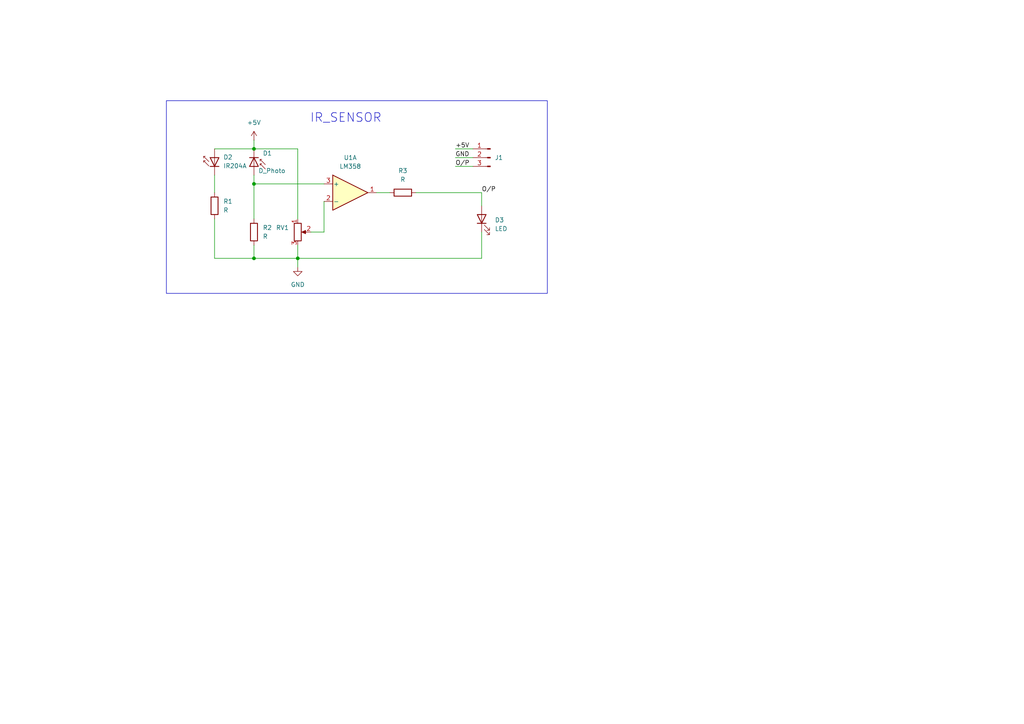
<source format=kicad_sch>
(kicad_sch (version 20250114) (generator "eeschema") (generator_version "9.0")
  (paper "A4")
  (lib_symbols
    (symbol "Amplifier_Operational:LM358" (pin_names (offset 0.127))
      (property "Reference" "U" (at 0 5.08 0))
      (property "Value" "LM358" (at 0 -5.08 0))
      (symbol "LM358_1_1"
        (polyline (pts (xy -5.08 5.08) (xy 5.08 0) (xy -5.08 -5.08) (xy -5.08 5.08)) (stroke (width 0.254)) (fill (type background)))
        (pin input line (at -7.62 2.54 0) (length 2.54) (name "+") (number "3"))
        (pin input line (at -7.62 -2.54 0) (length 2.54) (name "-") (number "2"))
        (pin output line (at 7.62 0 180) (length 2.54) (name "~") (number "1"))
      )
      (symbol "LM358_2_1"
        (polyline (pts (xy -5.08 5.08) (xy 5.08 0) (xy -5.08 -5.08) (xy -5.08 5.08)) (stroke (width 0.254)) (fill (type background)))
        (pin input line (at -7.62 2.54 0) (length 2.54) (name "+") (number "5"))
        (pin input line (at -7.62 -2.54 0) (length 2.54) (name "-") (number "6"))
        (pin output line (at 7.62 0 180) (length 2.54) (name "~") (number "7"))
      )
      (symbol "LM358_3_1"
        (pin power_in line (at -2.54 7.62 270) (length 3.81) (name "V+") (number "8"))
        (pin power_in line (at -2.54 -7.62 90) (length 3.81) (name "V-") (number "4"))
      )
    )
    (symbol "Connector:Conn_01x03_Pin" (pin_names (offset 1.016) (hide yes))
      (property "Reference" "J" (at 0 5.08 0))
      (property "Value" "Conn_01x03_Pin" (at 0 -5.08 0))
      (symbol "Conn_01x03_Pin_1_1"
        (rectangle (start 0.8636 2.667) (end 0 2.413) (stroke (width 0.1524)) (fill (type outline)))
        (rectangle (start 0.8636 0.127) (end 0 -0.127) (stroke (width 0.1524)) (fill (type outline)))
        (rectangle (start 0.8636 -2.413) (end 0 -2.667) (stroke (width 0.1524)) (fill (type outline)))
        (polyline (pts (xy 1.27 2.54) (xy 0.8636 2.54)) (stroke (width 0.1524)))
        (polyline (pts (xy 1.27 0) (xy 0.8636 0)) (stroke (width 0.1524)))
        (polyline (pts (xy 1.27 -2.54) (xy 0.8636 -2.54)) (stroke (width 0.1524)))
        (pin passive line (at 5.08 2.54 180) (length 3.81) (name "Pin_1") (number "1"))
        (pin passive line (at 5.08 0 180) (length 3.81) (name "Pin_2") (number "2"))
        (pin passive line (at 5.08 -2.54 180) (length 3.81) (name "Pin_3") (number "3"))
      )
    )
    (symbol "Device:D_Photo" (pin_numbers (hide yes)) (pin_names (hide yes))
      (property "Reference" "D" (at 0.508 1.778 0))
      (property "Value" "D_Photo" (at -1.016 -2.794 0))
      (symbol "D_Photo_0_1"
        (polyline (pts (xy -2.54 1.27) (xy -2.54 -1.27)) (stroke (width 0.254)))
        (polyline (pts (xy -2.032 1.778) (xy -1.524 1.778)))
        (polyline (pts (xy -0.508 3.302) (xy -2.032 1.778) (xy -2.032 2.286)))
        (polyline (pts (xy 0 0) (xy -2.54 0)))
        (polyline (pts (xy 0 -1.27) (xy 0 1.27) (xy -2.54 0) (xy 0 -1.27)) (stroke (width 0.254)))
        (polyline (pts (xy 0.762 3.302) (xy -0.762 1.778) (xy -0.762 2.286) (xy -0.762 1.778) (xy -0.254 1.778)))
      )
      (symbol "D_Photo_1_1"
        (pin passive line (at -5.08 0 0) (length 2.54) (name "K") (number "1"))
        (pin passive line (at 2.54 0 180) (length 2.54) (name "A") (number "2"))
      )
    )
    (symbol "Device:LED" (pin_numbers (hide yes)) (pin_names (offset 1.016) (hide yes))
      (property "Reference" "D" (at 0 2.54 0))
      (property "Value" "LED" (at 0 -2.54 0))
      (symbol "LED_0_1"
        (polyline (pts (xy -3.048 -0.762) (xy -4.572 -2.286) (xy -3.81 -2.286) (xy -4.572 -2.286) (xy -4.572 -1.524)))
        (polyline (pts (xy -1.778 -0.762) (xy -3.302 -2.286) (xy -2.54 -2.286) (xy -3.302 -2.286) (xy -3.302 -1.524)))
        (polyline (pts (xy -1.27 0) (xy 1.27 0)))
        (polyline (pts (xy -1.27 -1.27) (xy -1.27 1.27)) (stroke (width 0.254)))
        (polyline (pts (xy 1.27 -1.27) (xy 1.27 1.27) (xy -1.27 0) (xy 1.27 -1.27)) (stroke (width 0.254)))
      )
      (symbol "LED_1_1"
        (pin passive line (at -3.81 0 0) (length 2.54) (name "K") (number "1"))
        (pin passive line (at 3.81 0 180) (length 2.54) (name "A") (number "2"))
      )
    )
    (symbol "Device:R" (pin_numbers (hide yes)) (pin_names (offset 0))
      (property "Reference" "R" (at 2.032 0 90))
      (property "Value" "R" (at 0 0 90))
      (symbol "R_0_1"
        (rectangle (start -1.016 -2.54) (end 1.016 2.54) (stroke (width 0.254)))
      )
      (symbol "R_1_1"
        (pin passive line (at 0 3.81 270) (length 1.27) (name "~") (number "1"))
        (pin passive line (at 0 -3.81 90) (length 1.27) (name "~") (number "2"))
      )
    )
    (symbol "Device:R_Potentiometer" (pin_names (offset 1.016) (hide yes))
      (property "Reference" "RV" (at -4.445 0 90))
      (property "Value" "R_Potentiometer" (at -2.54 0 90))
      (symbol "R_Potentiometer_0_1"
        (rectangle (start 1.016 2.54) (end -1.016 -2.54) (stroke (width 0.254)))
        (polyline (pts (xy 1.143 0) (xy 2.286 0.508) (xy 2.286 -0.508) (xy 1.143 0)) (fill (type outline)))
        (polyline (pts (xy 2.54 0) (xy 1.524 0)))
      )
      (symbol "R_Potentiometer_1_1"
        (pin passive line (at 0 3.81 270) (length 1.27) (name "1") (number "1"))
        (pin passive line (at 0 -3.81 90) (length 1.27) (name "3") (number "3"))
        (pin passive line (at 3.81 0 180) (length 1.27) (name "2") (number "2"))
      )
    )
    (symbol "LED:IR204A" (pin_numbers (hide yes)) (pin_names (offset 1.016) (hide yes))
      (property "Reference" "D" (at 0.508 1.778 0))
      (property "Value" "IR204A" (at -1.016 -2.794 0))
      (symbol "IR204A_0_1"
        (polyline (pts (xy -2.54 1.27) (xy -2.54 -1.27)) (stroke (width 0.254)))
        (polyline (pts (xy -2.413 1.651) (xy -0.889 3.175) (xy -0.889 2.667) (xy -0.889 3.175) (xy -1.397 3.175)))
        (polyline (pts (xy -1.143 1.651) (xy 0.381 3.175) (xy 0.381 2.667)))
        (polyline (pts (xy 0 1.27) (xy -2.54 0) (xy 0 -1.27) (xy 0 1.27)) (stroke (width 0.254)))
        (polyline (pts (xy 0 0) (xy -2.54 0)))
        (polyline (pts (xy 0.381 3.175) (xy -0.127 3.175)))
      )
      (symbol "IR204A_1_1"
        (pin passive line (at -5.08 0 0) (length 2.54) (name "K") (number "1"))
        (pin passive line (at 2.54 0 180) (length 2.54) (name "A") (number "2"))
      )
    )
    (symbol "power:+5V" (power) (pin_numbers (hide yes)) (pin_names (offset 0) (hide yes))
      (property "Value" "+5V" (at 0 3.556 0))
      (symbol "+5V_0_1"
        (polyline (pts (xy -0.762 1.27) (xy 0 2.54)))
        (polyline (pts (xy 0 2.54) (xy 0.762 1.27)))
        (polyline (pts (xy 0 0) (xy 0 2.54)))
      )
      (symbol "+5V_1_1"
        (pin power_in line (at 0 0 90) (length 0) (name "~") (number "1"))
      )
    )
    (symbol "power:GND" (power) (pin_numbers (hide yes)) (pin_names (offset 0) (hide yes))
      (property "Value" "GND" (at 0 -3.81 0))
      (symbol "GND_0_1"
        (polyline (pts (xy 0 0) (xy 0 -1.27) (xy 1.27 -1.27) (xy 0 -2.54) (xy -1.27 -1.27) (xy 0 -1.27)))
      )
      (symbol "GND_1_1"
        (pin power_in line (at 0 0 270) (length 0) (name "~") (number "1"))
      )
    )
  )
  (rectangle (start 48.26 29.21) (end 158.75 85.09))
  (text "IR_SENSOR" (at 100.33 34.29 0) (effects (font (size 2.54 2.54))))
  (junction (at 73.66 43.18))
  (junction (at 73.66 53.34))
  (junction (at 86.36 74.93))
  (junction (at 73.66 74.93))
  (wire (pts (xy 86.36 43.18) (xy 73.66 43.18)))
  (wire (pts (xy 73.66 53.34) (xy 93.98 53.34)))
  (wire (pts (xy 73.66 50.8) (xy 73.66 53.34)))
  (wire (pts (xy 109.22 55.88) (xy 113.03 55.88)))
  (wire (pts (xy 73.66 53.34) (xy 73.66 63.5)))
  (wire (pts (xy 86.36 63.5) (xy 86.36 43.18)))
  (wire (pts (xy 62.23 63.5) (xy 62.23 74.93)))
  (wire (pts (xy 90.17 67.31) (xy 93.98 67.31)))
  (wire (pts (xy 132.08 48.26) (xy 137.16 48.26)))
  (wire (pts (xy 73.66 74.93) (xy 86.36 74.93)))
  (wire (pts (xy 132.08 45.72) (xy 137.16 45.72)))
  (wire (pts (xy 73.66 71.12) (xy 73.66 74.93)))
  (wire (pts (xy 62.23 43.18) (xy 73.66 43.18)))
  (wire (pts (xy 86.36 74.93) (xy 86.36 77.47)))
  (wire (pts (xy 73.66 40.64) (xy 73.66 43.18)))
  (wire (pts (xy 139.7 74.93) (xy 86.36 74.93)))
  (wire (pts (xy 132.08 43.18) (xy 137.16 43.18)))
  (wire (pts (xy 120.65 55.88) (xy 139.7 55.88)))
  (wire (pts (xy 139.7 67.31) (xy 139.7 74.93)))
  (wire (pts (xy 139.7 55.88) (xy 139.7 59.69)))
  (wire (pts (xy 62.23 74.93) (xy 73.66 74.93)))
  (wire (pts (xy 62.23 50.8) (xy 62.23 55.88)))
  (wire (pts (xy 93.98 67.31) (xy 93.98 58.42)))
  (wire (pts (xy 86.36 74.93) (xy 86.36 71.12)))
  (label "O{slash}P" (at 139.7 55.88 0))
  (label "+5V" (at 132.08 43.18 0))
  (label "GND" (at 132.08 45.72 0))
  (label "O{slash}P" (at 132.08 48.26 0))
  (symbol (lib_id "Device:LED") (at 139.7 63.5 90) (unit 1)
    (property "Reference" "D3" (at 143.51 63.8174 90) (effects (justify right)))
    (property "Value" "LED" (at 143.51 66.3574 90) (effects (justify right)))
    (property "Footprint" "LED_SMD:LED_1W_3W_R8" (effects (hide yes)))
    (property "Description" "Light emitting diode" (effects (hide yes)))
    (property "Sim.Pins" "1=K 2=A" (effects (hide yes)))
  )
  (symbol (lib_id "Connector:Conn_01x03_Pin") (at 142.24 45.72 0) (mirror y) (unit 1)
    (property "Reference" "J1" (at 143.51 45.7201 0) (effects (justify right)))
    (property "Value" "Conn_01x03_Pin" (effects (hide yes)))
    (property "Footprint" "Connector_PinHeader_2.54mm:PinHeader_1x03_P2.54mm_Vertical" (effects (hide yes)))
    (property "Description" "Generic connector, single row, 01x03, script generated" (effects (hide yes)))
  )
  (symbol (lib_id "Device:R") (at 62.23 59.69 0) (unit 1)
    (property "Reference" "R1" (at 64.77 58.4199 0) (effects (justify left)))
    (property "Value" "R" (at 64.77 60.9599 0) (effects (justify left)))
    (property "Footprint" "Resistor_SMD:R_0805_2012Metric" (effects (hide yes)))
    (property "Description" "Resistor" (effects (hide yes)))
  )
  (symbol (lib_id "LED:IR204A") (at 62.23 45.72 90) (unit 1)
    (property "Reference" "D2" (at 64.77 45.5929 90) (effects (justify right)))
    (property "Value" "IR204A" (at 64.77 48.1329 90) (effects (justify right)))
    (property "Footprint" "LED_THT:LED_D3.0mm_IRBlack" (effects (hide yes)))
    (property "Datasheet" "http://www.everlight.com/file/ProductFile/IR204-A.pdf" (effects (hide yes)))
    (property "Description" "Infrared LED , 3mm LED package" (effects (hide yes)))
  )
  (symbol (lib_id "Device:R") (at 116.84 55.88 90) (unit 1)
    (property "Reference" "R3" (at 116.84 49.53 90))
    (property "Value" "R" (at 116.84 52.07 90))
    (property "Footprint" "Resistor_SMD:R_0805_2012Metric" (effects (hide yes)))
    (property "Description" "Resistor" (effects (hide yes)))
  )
  (symbol (lib_id "Device:R_Potentiometer") (at 86.36 67.31 0) (unit 1)
    (property "Reference" "RV1" (at 83.82 66.0399 0) (effects (justify right)))
    (property "Value" "R_Potentiometer" (effects (hide yes)))
    (property "Footprint" "Potentiometer_SMD:Potentiometer_ACP_CA9-VSMD_Vertical" (effects (hide yes)))
    (property "Description" "Potentiometer" (effects (hide yes)))
  )
  (symbol (lib_id "Amplifier_Operational:LM358") (at 101.6 55.88 0) (unit 1)
    (property "Reference" "U1" (at 101.6 45.72 0))
    (property "Value" "LM358" (at 101.6 48.26 0))
    (property "Footprint" "Package_SO:SOIC-8-1EP_3.9x4.9mm_P1.27mm_EP2.29x3mm_ThermalVias" (effects (hide yes)))
    (property "Datasheet" "http://www.ti.com/lit/ds/symlink/lm2904-n.pdf" (effects (hide yes)))
    (property "Description" "Low-Power, Dual Operational Amplifiers, DIP-8/SOIC-8/TO-99-8" (effects (hide yes)))
  )
  (symbol (lib_id "power:GND") (at 86.36 77.47 0) (unit 1)
    (property "Reference" "#PWR01" (effects (hide yes)))
    (property "Value" "GND" (at 86.36 82.55 0))
    (property "Description" "Power symbol creates a global label with name \"GND\" , ground" (effects (hide yes)))
  )
  (symbol (lib_id "Device:R") (at 73.66 67.31 0) (unit 1)
    (property "Reference" "R2" (at 76.2 66.0399 0) (effects (justify left)))
    (property "Value" "R" (at 76.2 68.5799 0) (effects (justify left)))
    (property "Footprint" "Resistor_SMD:R_0805_2012Metric" (effects (hide yes)))
    (property "Description" "Resistor" (effects (hide yes)))
  )
  (symbol (lib_id "Device:D_Photo") (at 73.66 48.26 270) (unit 1)
    (property "Reference" "D1" (at 76.2 44.45 90) (effects (justify left)))
    (property "Value" "D_Photo" (at 74.93 49.53 90) (effects (justify left)))
    (property "Footprint" "LED_SMD:LED_1W_3W_R8" (effects (hide yes)))
    (property "Description" "Photodiode" (effects (hide yes)))
  )
  (symbol (lib_id "power:+5V") (at 73.66 40.64 0) (unit 1)
    (property "Reference" "#PWR02" (effects (hide yes)))
    (property "Value" "+5V" (at 73.66 35.56 0))
    (property "Description" "Power symbol creates a global label with name \"+5V\"" (effects (hide yes)))
  )
)
</source>
